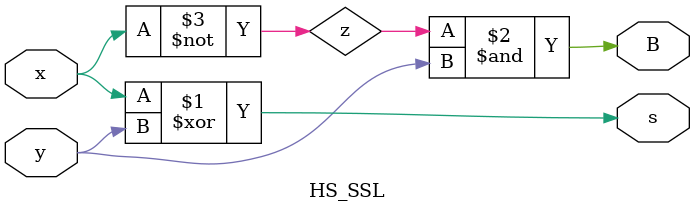
<source format=v>
`timescale 1ns / 1ps

module HS_SSL(x,y,s,B);

input x,y;
output s,B;

wire z;

xor (s,x,y);
not (z,x);
and (B,z,y);


endmodule


</source>
